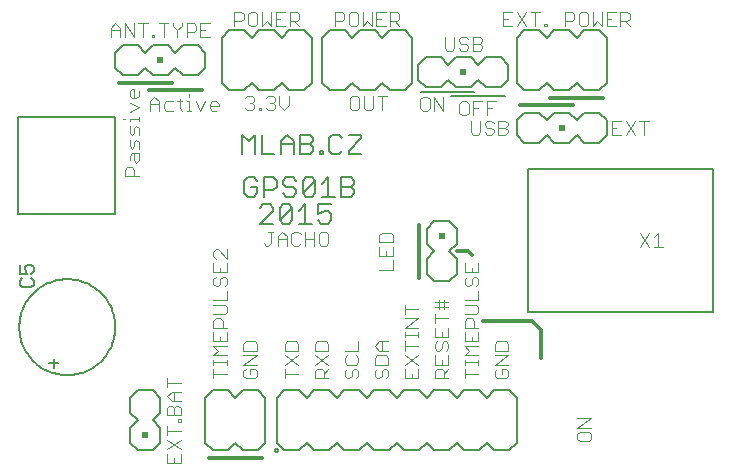
<source format=gbr>
G75*
%MOIN*%
%OFA0B0*%
%FSLAX24Y24*%
%IPPOS*%
%LPD*%
%AMOC8*
5,1,8,0,0,1.08239X$1,22.5*
%
%ADD10C,0.0040*%
%ADD11C,0.0120*%
%ADD12C,0.0060*%
%ADD13C,0.0079*%
%ADD14C,0.0050*%
%ADD15R,0.0200X0.0200*%
D10*
X006114Y000855D02*
X006574Y000855D01*
X006574Y001162D01*
X006574Y001315D02*
X006114Y001622D01*
X006114Y001776D02*
X006114Y002083D01*
X006114Y001929D02*
X006574Y001929D01*
X006574Y001622D02*
X006114Y001315D01*
X006114Y001162D02*
X006114Y000855D01*
X006344Y000855D02*
X006344Y001008D01*
X006498Y002236D02*
X006498Y002313D01*
X006574Y002313D01*
X006574Y002236D01*
X006498Y002236D01*
X006574Y002466D02*
X006574Y002697D01*
X006498Y002773D01*
X006421Y002773D01*
X006344Y002697D01*
X006344Y002466D01*
X006114Y002466D02*
X006114Y002697D01*
X006191Y002773D01*
X006267Y002773D01*
X006344Y002697D01*
X006344Y002927D02*
X006344Y003234D01*
X006267Y003234D02*
X006574Y003234D01*
X006267Y003234D02*
X006114Y003080D01*
X006267Y002927D01*
X006574Y002927D01*
X006574Y002466D02*
X006114Y002466D01*
X006114Y003387D02*
X006114Y003694D01*
X006114Y003541D02*
X006574Y003541D01*
X007664Y003680D02*
X007664Y003987D01*
X007664Y004140D02*
X007664Y004294D01*
X007664Y004217D02*
X008124Y004217D01*
X008124Y004140D02*
X008124Y004294D01*
X008124Y004447D02*
X007664Y004447D01*
X007817Y004601D01*
X007664Y004754D01*
X008124Y004754D01*
X008124Y004908D02*
X008124Y005215D01*
X008124Y005368D02*
X007664Y005368D01*
X007664Y005598D01*
X007741Y005675D01*
X007894Y005675D01*
X007971Y005598D01*
X007971Y005368D01*
X007664Y005215D02*
X007664Y004908D01*
X008124Y004908D01*
X007894Y004908D02*
X007894Y005061D01*
X008664Y004831D02*
X008664Y004601D01*
X009124Y004601D01*
X009124Y004831D01*
X009048Y004908D01*
X008741Y004908D01*
X008664Y004831D01*
X008664Y004447D02*
X009124Y004447D01*
X008664Y004140D01*
X009124Y004140D01*
X009048Y003987D02*
X008894Y003987D01*
X008894Y003833D01*
X008741Y003680D02*
X008664Y003757D01*
X008664Y003910D01*
X008741Y003987D01*
X009048Y003987D02*
X009124Y003910D01*
X009124Y003757D01*
X009048Y003680D01*
X008741Y003680D01*
X008124Y003833D02*
X007664Y003833D01*
X010039Y003833D02*
X010499Y003833D01*
X010499Y004140D02*
X010039Y004447D01*
X010039Y004601D02*
X010039Y004831D01*
X010116Y004908D01*
X010423Y004908D01*
X010499Y004831D01*
X010499Y004601D01*
X010039Y004601D01*
X010039Y004140D02*
X010499Y004447D01*
X011039Y004447D02*
X011499Y004140D01*
X011499Y003987D02*
X011346Y003833D01*
X011346Y003910D02*
X011346Y003680D01*
X011499Y003680D02*
X011039Y003680D01*
X011039Y003910D01*
X011116Y003987D01*
X011269Y003987D01*
X011346Y003910D01*
X011039Y004140D02*
X011499Y004447D01*
X011499Y004601D02*
X011499Y004831D01*
X011423Y004908D01*
X011116Y004908D01*
X011039Y004831D01*
X011039Y004601D01*
X011499Y004601D01*
X012039Y004601D02*
X012499Y004601D01*
X012499Y004908D01*
X013039Y004754D02*
X013192Y004601D01*
X013499Y004601D01*
X013423Y004447D02*
X013116Y004447D01*
X013039Y004371D01*
X013039Y004140D01*
X013499Y004140D01*
X013499Y004371D01*
X013423Y004447D01*
X013269Y004601D02*
X013269Y004908D01*
X013192Y004908D02*
X013039Y004754D01*
X013192Y004908D02*
X013499Y004908D01*
X014039Y004908D02*
X014039Y004601D01*
X014039Y004754D02*
X014499Y004754D01*
X014499Y004447D02*
X014039Y004140D01*
X014039Y003987D02*
X014039Y003680D01*
X014499Y003680D01*
X014499Y003987D01*
X014499Y004140D02*
X014039Y004447D01*
X014269Y003833D02*
X014269Y003680D01*
X015039Y003680D02*
X015039Y003910D01*
X015116Y003987D01*
X015269Y003987D01*
X015346Y003910D01*
X015346Y003680D01*
X015499Y003680D02*
X015039Y003680D01*
X015346Y003833D02*
X015499Y003987D01*
X015499Y004140D02*
X015499Y004447D01*
X015423Y004601D02*
X015499Y004678D01*
X015499Y004831D01*
X015423Y004908D01*
X015346Y004908D01*
X015269Y004831D01*
X015269Y004678D01*
X015192Y004601D01*
X015116Y004601D01*
X015039Y004678D01*
X015039Y004831D01*
X015116Y004908D01*
X015039Y005061D02*
X015499Y005061D01*
X015499Y005368D01*
X015269Y005215D02*
X015269Y005061D01*
X015039Y005061D02*
X015039Y005368D01*
X015039Y005522D02*
X015039Y005828D01*
X015039Y005675D02*
X015499Y005675D01*
X015346Y005982D02*
X015346Y006289D01*
X015192Y006289D02*
X015192Y006212D01*
X015192Y005982D01*
X015039Y006059D02*
X015499Y006059D01*
X015499Y006212D02*
X015039Y006212D01*
X014499Y005982D02*
X014039Y005982D01*
X014039Y006135D02*
X014039Y005828D01*
X014039Y005675D02*
X014499Y005675D01*
X014039Y005368D01*
X014499Y005368D01*
X014499Y005215D02*
X014499Y005061D01*
X014499Y005138D02*
X014039Y005138D01*
X014039Y005061D02*
X014039Y005215D01*
X015039Y004447D02*
X015039Y004140D01*
X015499Y004140D01*
X015269Y004140D02*
X015269Y004294D01*
X016039Y004294D02*
X016039Y004140D01*
X016039Y004217D02*
X016499Y004217D01*
X016499Y004140D02*
X016499Y004294D01*
X016499Y004447D02*
X016039Y004447D01*
X016192Y004601D01*
X016039Y004754D01*
X016499Y004754D01*
X016499Y004908D02*
X016499Y005215D01*
X016499Y005368D02*
X016039Y005368D01*
X016039Y005598D01*
X016116Y005675D01*
X016269Y005675D01*
X016346Y005598D01*
X016346Y005368D01*
X016039Y005215D02*
X016039Y004908D01*
X016499Y004908D01*
X016269Y004908D02*
X016269Y005061D01*
X017039Y004831D02*
X017039Y004601D01*
X017499Y004601D01*
X017499Y004831D01*
X017423Y004908D01*
X017116Y004908D01*
X017039Y004831D01*
X017039Y004447D02*
X017499Y004447D01*
X017039Y004140D01*
X017499Y004140D01*
X017423Y003987D02*
X017269Y003987D01*
X017269Y003833D01*
X017116Y003680D02*
X017423Y003680D01*
X017499Y003757D01*
X017499Y003910D01*
X017423Y003987D01*
X017116Y003987D02*
X017039Y003910D01*
X017039Y003757D01*
X017116Y003680D01*
X016499Y003833D02*
X016039Y003833D01*
X016039Y003680D02*
X016039Y003987D01*
X013499Y003910D02*
X013499Y003757D01*
X013423Y003680D01*
X013269Y003757D02*
X013269Y003910D01*
X013346Y003987D01*
X013423Y003987D01*
X013499Y003910D01*
X013269Y003757D02*
X013192Y003680D01*
X013116Y003680D01*
X013039Y003757D01*
X013039Y003910D01*
X013116Y003987D01*
X012499Y003910D02*
X012499Y003757D01*
X012423Y003680D01*
X012269Y003757D02*
X012269Y003910D01*
X012346Y003987D01*
X012423Y003987D01*
X012499Y003910D01*
X012269Y003757D02*
X012192Y003680D01*
X012116Y003680D01*
X012039Y003757D01*
X012039Y003910D01*
X012116Y003987D01*
X012116Y004140D02*
X012423Y004140D01*
X012499Y004217D01*
X012499Y004371D01*
X012423Y004447D01*
X012116Y004447D02*
X012039Y004371D01*
X012039Y004217D01*
X012116Y004140D01*
X010039Y003987D02*
X010039Y003680D01*
X008048Y005828D02*
X007664Y005828D01*
X007664Y006135D02*
X008048Y006135D01*
X008124Y006059D01*
X008124Y005905D01*
X008048Y005828D01*
X008124Y006289D02*
X007664Y006289D01*
X008124Y006289D02*
X008124Y006596D01*
X008048Y006749D02*
X008124Y006826D01*
X008124Y006979D01*
X008048Y007056D01*
X007971Y007056D01*
X007894Y006979D01*
X007894Y006826D01*
X007817Y006749D01*
X007741Y006749D01*
X007664Y006826D01*
X007664Y006979D01*
X007741Y007056D01*
X007664Y007210D02*
X008124Y007210D01*
X008124Y007517D01*
X008124Y007670D02*
X007817Y007977D01*
X007741Y007977D01*
X007664Y007900D01*
X007664Y007747D01*
X007741Y007670D01*
X007664Y007517D02*
X007664Y007210D01*
X007894Y007210D02*
X007894Y007363D01*
X008124Y007670D02*
X008124Y007977D01*
X009339Y008182D02*
X009416Y008105D01*
X009493Y008105D01*
X009570Y008182D01*
X009570Y008565D01*
X009646Y008565D02*
X009493Y008565D01*
X009800Y008412D02*
X009953Y008565D01*
X010107Y008412D01*
X010107Y008105D01*
X010260Y008182D02*
X010337Y008105D01*
X010490Y008105D01*
X010567Y008182D01*
X010721Y008105D02*
X010721Y008565D01*
X010567Y008489D02*
X010490Y008565D01*
X010337Y008565D01*
X010260Y008489D01*
X010260Y008182D01*
X010107Y008335D02*
X009800Y008335D01*
X009800Y008412D02*
X009800Y008105D01*
X010721Y008335D02*
X011027Y008335D01*
X011181Y008182D02*
X011258Y008105D01*
X011411Y008105D01*
X011488Y008182D01*
X011488Y008489D01*
X011411Y008565D01*
X011258Y008565D01*
X011181Y008489D01*
X011181Y008182D01*
X011027Y008105D02*
X011027Y008565D01*
X013189Y008456D02*
X013189Y008226D01*
X013649Y008226D01*
X013649Y008456D01*
X013573Y008533D01*
X013266Y008533D01*
X013189Y008456D01*
X013189Y008072D02*
X013189Y007765D01*
X013649Y007765D01*
X013649Y008072D01*
X013419Y007919D02*
X013419Y007765D01*
X013649Y007612D02*
X013649Y007305D01*
X013189Y007305D01*
X016039Y007210D02*
X016499Y007210D01*
X016499Y007517D01*
X016269Y007363D02*
X016269Y007210D01*
X016346Y007056D02*
X016423Y007056D01*
X016499Y006979D01*
X016499Y006826D01*
X016423Y006749D01*
X016499Y006596D02*
X016499Y006289D01*
X016039Y006289D01*
X016039Y006135D02*
X016423Y006135D01*
X016499Y006059D01*
X016499Y005905D01*
X016423Y005828D01*
X016039Y005828D01*
X016116Y006749D02*
X016192Y006749D01*
X016269Y006826D01*
X016269Y006979D01*
X016346Y007056D01*
X016116Y007056D02*
X016039Y006979D01*
X016039Y006826D01*
X016116Y006749D01*
X016039Y007210D02*
X016039Y007517D01*
X021874Y008069D02*
X022181Y008529D01*
X022334Y008376D02*
X022488Y008529D01*
X022488Y008069D01*
X022641Y008069D02*
X022334Y008069D01*
X022181Y008069D02*
X021874Y008529D01*
X022014Y011805D02*
X022014Y012265D01*
X022167Y012265D02*
X021860Y012265D01*
X021707Y012265D02*
X021400Y011805D01*
X021246Y011805D02*
X020939Y011805D01*
X020939Y012265D01*
X021246Y012265D01*
X021400Y012265D02*
X021707Y011805D01*
X021093Y012035D02*
X020939Y012035D01*
X017467Y011958D02*
X017467Y011882D01*
X017390Y011805D01*
X017160Y011805D01*
X017160Y012265D01*
X017390Y012265D01*
X017467Y012189D01*
X017467Y012112D01*
X017390Y012035D01*
X017160Y012035D01*
X017007Y011958D02*
X017007Y011882D01*
X016930Y011805D01*
X016777Y011805D01*
X016700Y011882D01*
X016546Y011882D02*
X016546Y012265D01*
X016700Y012189D02*
X016700Y012112D01*
X016777Y012035D01*
X016930Y012035D01*
X017007Y011958D01*
X017007Y012189D02*
X016930Y012265D01*
X016777Y012265D01*
X016700Y012189D01*
X016785Y012455D02*
X016785Y012915D01*
X017092Y012915D01*
X016939Y012685D02*
X016785Y012685D01*
X016478Y012685D02*
X016325Y012685D01*
X016171Y012532D02*
X016171Y012839D01*
X016095Y012915D01*
X015941Y012915D01*
X015864Y012839D01*
X015864Y012532D01*
X015941Y012455D01*
X016095Y012455D01*
X016171Y012532D01*
X016325Y012455D02*
X016325Y012915D01*
X016632Y012915D01*
X016239Y012265D02*
X016239Y011882D01*
X016316Y011805D01*
X016470Y011805D01*
X016546Y011882D01*
X017390Y012035D02*
X017467Y011958D01*
X015332Y012605D02*
X015332Y013065D01*
X015025Y013065D02*
X015332Y012605D01*
X015025Y012605D02*
X015025Y013065D01*
X014871Y012989D02*
X014795Y013065D01*
X014641Y013065D01*
X014564Y012989D01*
X014564Y012682D01*
X014641Y012605D01*
X014795Y012605D01*
X014871Y012682D01*
X014871Y012989D01*
X013442Y013090D02*
X013135Y013090D01*
X012982Y013090D02*
X012982Y012707D01*
X012905Y012630D01*
X012752Y012630D01*
X012675Y012707D01*
X012675Y013090D01*
X012521Y013014D02*
X012445Y013090D01*
X012291Y013090D01*
X012214Y013014D01*
X012214Y012707D01*
X012291Y012630D01*
X012445Y012630D01*
X012521Y012707D01*
X012521Y013014D01*
X013289Y013090D02*
X013289Y012630D01*
X015383Y014682D02*
X015460Y014605D01*
X015613Y014605D01*
X015690Y014682D01*
X015690Y015065D01*
X015844Y014989D02*
X015844Y014912D01*
X015920Y014835D01*
X016074Y014835D01*
X016151Y014758D01*
X016151Y014682D01*
X016074Y014605D01*
X015920Y014605D01*
X015844Y014682D01*
X015844Y014989D02*
X015920Y015065D01*
X016074Y015065D01*
X016151Y014989D01*
X016304Y015065D02*
X016534Y015065D01*
X016611Y014989D01*
X016611Y014912D01*
X016534Y014835D01*
X016304Y014835D01*
X016304Y014605D02*
X016534Y014605D01*
X016611Y014682D01*
X016611Y014758D01*
X016534Y014835D01*
X016304Y014605D02*
X016304Y015065D01*
X015383Y015065D02*
X015383Y014682D01*
X013863Y015430D02*
X013709Y015583D01*
X013786Y015583D02*
X013556Y015583D01*
X013556Y015430D02*
X013556Y015890D01*
X013786Y015890D01*
X013863Y015814D01*
X013863Y015660D01*
X013786Y015583D01*
X013402Y015430D02*
X013096Y015430D01*
X013096Y015890D01*
X013402Y015890D01*
X013249Y015660D02*
X013096Y015660D01*
X012942Y015430D02*
X012942Y015890D01*
X012635Y015890D02*
X012635Y015430D01*
X012789Y015583D01*
X012942Y015430D01*
X012482Y015507D02*
X012482Y015814D01*
X012405Y015890D01*
X012252Y015890D01*
X012175Y015814D01*
X012175Y015507D01*
X012252Y015430D01*
X012405Y015430D01*
X012482Y015507D01*
X012021Y015660D02*
X012021Y015814D01*
X011945Y015890D01*
X011714Y015890D01*
X011714Y015430D01*
X011714Y015583D02*
X011945Y015583D01*
X012021Y015660D01*
X010513Y015660D02*
X010436Y015583D01*
X010206Y015583D01*
X010206Y015430D02*
X010206Y015890D01*
X010436Y015890D01*
X010513Y015814D01*
X010513Y015660D01*
X010359Y015583D02*
X010513Y015430D01*
X010052Y015430D02*
X009746Y015430D01*
X009746Y015890D01*
X010052Y015890D01*
X009899Y015660D02*
X009746Y015660D01*
X009592Y015430D02*
X009592Y015890D01*
X009285Y015890D02*
X009285Y015430D01*
X009439Y015583D01*
X009592Y015430D01*
X009132Y015507D02*
X009132Y015814D01*
X009055Y015890D01*
X008902Y015890D01*
X008825Y015814D01*
X008825Y015507D01*
X008902Y015430D01*
X009055Y015430D01*
X009132Y015507D01*
X008671Y015660D02*
X008671Y015814D01*
X008595Y015890D01*
X008364Y015890D01*
X008364Y015430D01*
X008364Y015583D02*
X008595Y015583D01*
X008671Y015660D01*
X007539Y015515D02*
X007232Y015515D01*
X007232Y015055D01*
X007539Y015055D01*
X007385Y015285D02*
X007232Y015285D01*
X007078Y015285D02*
X007002Y015208D01*
X006772Y015208D01*
X006772Y015055D02*
X006772Y015515D01*
X007002Y015515D01*
X007078Y015439D01*
X007078Y015285D01*
X006618Y015439D02*
X006618Y015515D01*
X006618Y015439D02*
X006465Y015285D01*
X006465Y015055D01*
X006004Y015055D02*
X006004Y015515D01*
X005851Y015515D02*
X006158Y015515D01*
X006311Y015515D02*
X006311Y015439D01*
X006465Y015285D01*
X005697Y015132D02*
X005697Y015055D01*
X005621Y015055D01*
X005621Y015132D01*
X005697Y015132D01*
X005314Y015055D02*
X005314Y015515D01*
X005467Y015515D02*
X005160Y015515D01*
X005007Y015515D02*
X005007Y015055D01*
X004700Y015515D01*
X004700Y015055D01*
X004546Y015055D02*
X004546Y015362D01*
X004393Y015515D01*
X004239Y015362D01*
X004239Y015055D01*
X004239Y015285D02*
X004546Y015285D01*
X004944Y013327D02*
X005021Y013327D01*
X005021Y013020D01*
X005098Y013020D02*
X004944Y013020D01*
X004867Y013096D01*
X004867Y013250D01*
X004944Y013327D01*
X005174Y013250D02*
X005174Y013096D01*
X005098Y013020D01*
X004867Y012866D02*
X005174Y012713D01*
X004867Y012559D01*
X004867Y012329D02*
X005174Y012329D01*
X005174Y012252D02*
X005174Y012406D01*
X004867Y012329D02*
X004867Y012252D01*
X004867Y012099D02*
X004867Y011869D01*
X004944Y011792D01*
X005021Y011869D01*
X005021Y012022D01*
X005098Y012099D01*
X005174Y012022D01*
X005174Y011792D01*
X005098Y011638D02*
X005021Y011562D01*
X005021Y011408D01*
X004944Y011331D01*
X004867Y011408D01*
X004867Y011638D01*
X005098Y011638D02*
X005174Y011562D01*
X005174Y011331D01*
X005174Y011178D02*
X004944Y011178D01*
X004867Y011101D01*
X004867Y010948D01*
X005021Y010948D02*
X005098Y010871D01*
X005174Y010948D01*
X005174Y011178D01*
X005021Y011178D02*
X005021Y010948D01*
X004944Y010718D02*
X005021Y010641D01*
X005021Y010411D01*
X005174Y010411D02*
X004714Y010411D01*
X004714Y010641D01*
X004791Y010718D01*
X004944Y010718D01*
X004714Y012329D02*
X004637Y012329D01*
X005539Y012605D02*
X005539Y012912D01*
X005693Y013065D01*
X005846Y012912D01*
X005846Y012605D01*
X006000Y012682D02*
X006000Y012835D01*
X006077Y012912D01*
X006307Y012912D01*
X006460Y012912D02*
X006614Y012912D01*
X006537Y012989D02*
X006537Y012682D01*
X006614Y012605D01*
X006767Y012605D02*
X006921Y012605D01*
X006844Y012605D02*
X006844Y012912D01*
X006767Y012912D01*
X006844Y013065D02*
X006844Y013142D01*
X007074Y012912D02*
X007227Y012605D01*
X007381Y012912D01*
X007534Y012835D02*
X007534Y012682D01*
X007611Y012605D01*
X007765Y012605D01*
X007841Y012758D02*
X007534Y012758D01*
X007534Y012835D02*
X007611Y012912D01*
X007765Y012912D01*
X007841Y012835D01*
X007841Y012758D01*
X008714Y012707D02*
X008791Y012630D01*
X008945Y012630D01*
X009021Y012707D01*
X009021Y012783D01*
X008945Y012860D01*
X008868Y012860D01*
X008945Y012860D02*
X009021Y012937D01*
X009021Y013014D01*
X008945Y013090D01*
X008791Y013090D01*
X008714Y013014D01*
X009175Y012707D02*
X009252Y012707D01*
X009252Y012630D01*
X009175Y012630D01*
X009175Y012707D01*
X009405Y012707D02*
X009482Y012630D01*
X009635Y012630D01*
X009712Y012707D01*
X009712Y012783D01*
X009635Y012860D01*
X009558Y012860D01*
X009635Y012860D02*
X009712Y012937D01*
X009712Y013014D01*
X009635Y013090D01*
X009482Y013090D01*
X009405Y013014D01*
X009865Y013090D02*
X009865Y012783D01*
X010019Y012630D01*
X010172Y012783D01*
X010172Y013090D01*
X006307Y012605D02*
X006077Y012605D01*
X006000Y012682D01*
X005846Y012835D02*
X005539Y012835D01*
X017314Y015430D02*
X017621Y015430D01*
X017775Y015430D02*
X018082Y015890D01*
X018235Y015890D02*
X018542Y015890D01*
X018389Y015890D02*
X018389Y015430D01*
X018082Y015430D02*
X017775Y015890D01*
X017621Y015890D02*
X017314Y015890D01*
X017314Y015430D01*
X017314Y015660D02*
X017468Y015660D01*
X018696Y015507D02*
X018772Y015507D01*
X018772Y015430D01*
X018696Y015430D01*
X018696Y015507D01*
X019386Y015583D02*
X019616Y015583D01*
X019693Y015660D01*
X019693Y015814D01*
X019616Y015890D01*
X019386Y015890D01*
X019386Y015430D01*
X019847Y015507D02*
X019847Y015814D01*
X019923Y015890D01*
X020077Y015890D01*
X020153Y015814D01*
X020153Y015507D01*
X020077Y015430D01*
X019923Y015430D01*
X019847Y015507D01*
X020307Y015430D02*
X020307Y015890D01*
X020614Y015890D02*
X020614Y015430D01*
X020460Y015583D01*
X020307Y015430D01*
X020767Y015430D02*
X020767Y015890D01*
X021074Y015890D01*
X021228Y015890D02*
X021458Y015890D01*
X021535Y015814D01*
X021535Y015660D01*
X021458Y015583D01*
X021228Y015583D01*
X021228Y015430D02*
X021228Y015890D01*
X021381Y015583D02*
X021535Y015430D01*
X021074Y015430D02*
X020767Y015430D01*
X020767Y015660D02*
X020921Y015660D01*
X020249Y002347D02*
X019789Y002347D01*
X019789Y002040D02*
X020249Y002347D01*
X020249Y002040D02*
X019789Y002040D01*
X019866Y001887D02*
X019789Y001810D01*
X019789Y001657D01*
X019866Y001580D01*
X020173Y001580D01*
X020249Y001657D01*
X020249Y001810D01*
X020173Y001887D01*
X019866Y001887D01*
D11*
X018594Y004360D02*
X018594Y005285D01*
X018294Y005585D01*
X016644Y005585D01*
X014519Y007035D02*
X014519Y008785D01*
X015769Y007910D02*
X016144Y007910D01*
X016269Y007785D01*
X017894Y012785D02*
X019644Y012785D01*
X018894Y013035D02*
X020644Y013035D01*
X007269Y013285D02*
X005519Y013285D01*
X006269Y013535D02*
X004519Y013535D01*
X007519Y001035D02*
X009269Y001035D01*
D12*
X004894Y001535D02*
X004894Y002035D01*
X005144Y002285D01*
X004894Y002535D01*
X004894Y003035D01*
X005144Y003285D01*
X005644Y003285D01*
X005894Y003035D01*
X005894Y002535D01*
X005644Y002285D01*
X005894Y002035D01*
X005894Y001535D01*
X005644Y001285D01*
X005144Y001285D01*
X004894Y001535D01*
X007394Y001535D02*
X007644Y001285D01*
X008144Y001285D01*
X008394Y001535D01*
X008644Y001285D01*
X009144Y001285D01*
X009394Y001535D01*
X009394Y003035D01*
X009144Y003285D01*
X008644Y003285D01*
X008394Y003035D01*
X008144Y003285D01*
X007644Y003285D01*
X007394Y003035D01*
X007394Y001535D01*
X009769Y001535D02*
X010019Y001285D01*
X010519Y001285D01*
X010769Y001535D01*
X011019Y001285D01*
X011519Y001285D01*
X011769Y001535D01*
X012019Y001285D01*
X012519Y001285D01*
X012769Y001535D01*
X013019Y001285D01*
X013519Y001285D01*
X013769Y001535D01*
X014019Y001285D01*
X014519Y001285D01*
X014769Y001535D01*
X015019Y001285D01*
X015519Y001285D01*
X015769Y001535D01*
X016019Y001285D01*
X016519Y001285D01*
X016769Y001535D01*
X017019Y001285D01*
X017519Y001285D01*
X017769Y001535D01*
X017769Y003035D01*
X017519Y003285D01*
X017019Y003285D01*
X016769Y003035D01*
X016519Y003285D01*
X016019Y003285D01*
X015769Y003035D01*
X015519Y003285D01*
X015019Y003285D01*
X014769Y003035D01*
X014519Y003285D01*
X014019Y003285D01*
X013769Y003035D01*
X013519Y003285D01*
X013019Y003285D01*
X012769Y003035D01*
X012519Y003285D01*
X012019Y003285D01*
X011769Y003035D01*
X011519Y003285D01*
X011019Y003285D01*
X010769Y003035D01*
X010519Y003285D01*
X010019Y003285D01*
X009769Y003035D01*
X009769Y001535D01*
X001194Y005385D02*
X001196Y005465D01*
X001202Y005544D01*
X001212Y005623D01*
X001226Y005702D01*
X001243Y005780D01*
X001265Y005857D01*
X001290Y005932D01*
X001320Y006006D01*
X001352Y006079D01*
X001389Y006150D01*
X001429Y006219D01*
X001472Y006286D01*
X001519Y006351D01*
X001568Y006413D01*
X001621Y006473D01*
X001677Y006530D01*
X001735Y006585D01*
X001796Y006636D01*
X001860Y006684D01*
X001926Y006729D01*
X001994Y006771D01*
X002064Y006809D01*
X002136Y006843D01*
X002209Y006874D01*
X002284Y006902D01*
X002361Y006925D01*
X002438Y006945D01*
X002516Y006961D01*
X002595Y006973D01*
X002674Y006981D01*
X002754Y006985D01*
X002834Y006985D01*
X002914Y006981D01*
X002993Y006973D01*
X003072Y006961D01*
X003150Y006945D01*
X003227Y006925D01*
X003304Y006902D01*
X003379Y006874D01*
X003452Y006843D01*
X003524Y006809D01*
X003594Y006771D01*
X003662Y006729D01*
X003728Y006684D01*
X003792Y006636D01*
X003853Y006585D01*
X003911Y006530D01*
X003967Y006473D01*
X004020Y006413D01*
X004069Y006351D01*
X004116Y006286D01*
X004159Y006219D01*
X004199Y006150D01*
X004236Y006079D01*
X004268Y006006D01*
X004298Y005932D01*
X004323Y005857D01*
X004345Y005780D01*
X004362Y005702D01*
X004376Y005623D01*
X004386Y005544D01*
X004392Y005465D01*
X004394Y005385D01*
X004392Y005305D01*
X004386Y005226D01*
X004376Y005147D01*
X004362Y005068D01*
X004345Y004990D01*
X004323Y004913D01*
X004298Y004838D01*
X004268Y004764D01*
X004236Y004691D01*
X004199Y004620D01*
X004159Y004551D01*
X004116Y004484D01*
X004069Y004419D01*
X004020Y004357D01*
X003967Y004297D01*
X003911Y004240D01*
X003853Y004185D01*
X003792Y004134D01*
X003728Y004086D01*
X003662Y004041D01*
X003594Y003999D01*
X003524Y003961D01*
X003452Y003927D01*
X003379Y003896D01*
X003304Y003868D01*
X003227Y003845D01*
X003150Y003825D01*
X003072Y003809D01*
X002993Y003797D01*
X002914Y003789D01*
X002834Y003785D01*
X002754Y003785D01*
X002674Y003789D01*
X002595Y003797D01*
X002516Y003809D01*
X002438Y003825D01*
X002361Y003845D01*
X002284Y003868D01*
X002209Y003896D01*
X002136Y003927D01*
X002064Y003961D01*
X001994Y003999D01*
X001926Y004041D01*
X001860Y004086D01*
X001796Y004134D01*
X001735Y004185D01*
X001677Y004240D01*
X001621Y004297D01*
X001568Y004357D01*
X001519Y004419D01*
X001472Y004484D01*
X001429Y004551D01*
X001389Y004620D01*
X001352Y004691D01*
X001320Y004764D01*
X001290Y004838D01*
X001265Y004913D01*
X001243Y004990D01*
X001226Y005068D01*
X001212Y005147D01*
X001202Y005226D01*
X001196Y005305D01*
X001194Y005385D01*
X002344Y004335D02*
X002344Y004035D01*
X002494Y004185D02*
X002194Y004185D01*
X009224Y008840D02*
X009651Y009267D01*
X009651Y009374D01*
X009545Y009481D01*
X009331Y009481D01*
X009224Y009374D01*
X009344Y009740D02*
X009344Y010381D01*
X009664Y010381D01*
X009771Y010274D01*
X009771Y010060D01*
X009664Y009954D01*
X009344Y009954D01*
X009126Y009847D02*
X009126Y010060D01*
X008913Y010060D01*
X009126Y009847D02*
X009020Y009740D01*
X008806Y009740D01*
X008699Y009847D01*
X008699Y010274D01*
X008806Y010381D01*
X009020Y010381D01*
X009126Y010274D01*
X009988Y010274D02*
X009988Y010167D01*
X010095Y010060D01*
X010309Y010060D01*
X010416Y009954D01*
X010416Y009847D01*
X010309Y009740D01*
X010095Y009740D01*
X009988Y009847D01*
X009976Y009481D02*
X010189Y009481D01*
X010296Y009374D01*
X009869Y008947D01*
X009976Y008840D01*
X010189Y008840D01*
X010296Y008947D01*
X010296Y009374D01*
X010513Y009267D02*
X010727Y009481D01*
X010727Y008840D01*
X010513Y008840D02*
X010941Y008840D01*
X011158Y008947D02*
X011265Y008840D01*
X011478Y008840D01*
X011585Y008947D01*
X011585Y009160D01*
X011478Y009267D01*
X011372Y009267D01*
X011158Y009160D01*
X011158Y009481D01*
X011585Y009481D01*
X011491Y009740D02*
X011491Y010381D01*
X011278Y010167D01*
X011060Y010274D02*
X010633Y009847D01*
X010740Y009740D01*
X010953Y009740D01*
X011060Y009847D01*
X011060Y010274D01*
X010953Y010381D01*
X010740Y010381D01*
X010633Y010274D01*
X010633Y009847D01*
X009976Y009481D02*
X009869Y009374D01*
X009869Y008947D01*
X009651Y008840D02*
X009224Y008840D01*
X011278Y009740D02*
X011705Y009740D01*
X011922Y009740D02*
X012242Y009740D01*
X012349Y009847D01*
X012349Y009954D01*
X012242Y010060D01*
X011922Y010060D01*
X011922Y009740D02*
X011922Y010381D01*
X012242Y010381D01*
X012349Y010274D01*
X012349Y010167D01*
X012242Y010060D01*
X012169Y011165D02*
X012596Y011165D01*
X012169Y011165D02*
X012169Y011272D01*
X012596Y011699D01*
X012596Y011806D01*
X012169Y011806D01*
X011952Y011699D02*
X011845Y011806D01*
X011632Y011806D01*
X011525Y011699D01*
X011525Y011272D01*
X011632Y011165D01*
X011845Y011165D01*
X011952Y011272D01*
X011309Y011272D02*
X011309Y011165D01*
X011203Y011165D01*
X011203Y011272D01*
X011309Y011272D01*
X010985Y011272D02*
X010878Y011165D01*
X010558Y011165D01*
X010558Y011806D01*
X010878Y011806D01*
X010985Y011699D01*
X010985Y011592D01*
X010878Y011485D01*
X010558Y011485D01*
X010341Y011485D02*
X009913Y011485D01*
X009913Y011592D02*
X010127Y011806D01*
X010341Y011592D01*
X010341Y011165D01*
X009913Y011165D02*
X009913Y011592D01*
X009269Y011806D02*
X009269Y011165D01*
X009696Y011165D01*
X009051Y011165D02*
X009051Y011806D01*
X008838Y011592D01*
X008624Y011806D01*
X008624Y011165D01*
X009988Y010274D02*
X010095Y010381D01*
X010309Y010381D01*
X010416Y010274D01*
X010985Y011272D02*
X010985Y011379D01*
X010878Y011485D01*
X010694Y013285D02*
X010194Y013285D01*
X009944Y013535D01*
X009694Y013285D01*
X009194Y013285D01*
X008944Y013535D01*
X008694Y013285D01*
X008194Y013285D01*
X007944Y013535D01*
X007944Y015035D01*
X008194Y015285D01*
X008694Y015285D01*
X008944Y015035D01*
X009194Y015285D01*
X009694Y015285D01*
X009944Y015035D01*
X010194Y015285D01*
X010694Y015285D01*
X010944Y015035D01*
X010944Y013535D01*
X010694Y013285D01*
X011294Y013535D02*
X011544Y013285D01*
X012044Y013285D01*
X012294Y013535D01*
X012544Y013285D01*
X013044Y013285D01*
X013294Y013535D01*
X013544Y013285D01*
X014044Y013285D01*
X014294Y013535D01*
X014294Y015035D01*
X014044Y015285D01*
X013544Y015285D01*
X013294Y015035D01*
X013044Y015285D01*
X012544Y015285D01*
X012294Y015035D01*
X012044Y015285D01*
X011544Y015285D01*
X011294Y015035D01*
X011294Y013535D01*
X014494Y013635D02*
X014744Y013385D01*
X015244Y013385D01*
X015494Y013635D01*
X015744Y013385D01*
X016244Y013385D01*
X016494Y013635D01*
X016744Y013385D01*
X017244Y013385D01*
X017494Y013635D01*
X017494Y014135D01*
X017244Y014385D01*
X016744Y014385D01*
X016494Y014135D01*
X016244Y014385D01*
X015744Y014385D01*
X015494Y014135D01*
X015244Y014385D01*
X014744Y014385D01*
X014494Y014135D01*
X014494Y013635D01*
X017769Y013535D02*
X017769Y015035D01*
X018019Y015285D01*
X018519Y015285D01*
X018769Y015035D01*
X019019Y015285D01*
X019519Y015285D01*
X019769Y015035D01*
X020019Y015285D01*
X020519Y015285D01*
X020769Y015035D01*
X020769Y013535D01*
X020519Y013285D01*
X020019Y013285D01*
X019769Y013535D01*
X019519Y013285D01*
X019019Y013285D01*
X018769Y013535D01*
X018519Y013285D01*
X018019Y013285D01*
X017769Y013535D01*
X018019Y012535D02*
X018519Y012535D01*
X018769Y012285D01*
X019019Y012535D01*
X019519Y012535D01*
X019769Y012285D01*
X020019Y012535D01*
X020519Y012535D01*
X020769Y012285D01*
X020769Y011785D01*
X020519Y011535D01*
X020019Y011535D01*
X019769Y011785D01*
X019519Y011535D01*
X019019Y011535D01*
X018769Y011785D01*
X018519Y011535D01*
X018019Y011535D01*
X017769Y011785D01*
X017769Y012285D01*
X018019Y012535D01*
X015519Y008910D02*
X015019Y008910D01*
X014769Y008660D01*
X014769Y008160D01*
X015019Y007910D01*
X014769Y007660D01*
X014769Y007160D01*
X015019Y006910D01*
X015519Y006910D01*
X015769Y007160D01*
X015769Y007660D01*
X015519Y007910D01*
X015769Y008160D01*
X015769Y008660D01*
X015519Y008910D01*
X007394Y014035D02*
X007394Y014535D01*
X007144Y014785D01*
X006644Y014785D01*
X006394Y014535D01*
X006144Y014785D01*
X005644Y014785D01*
X005394Y014535D01*
X005144Y014785D01*
X004644Y014785D01*
X004394Y014535D01*
X004394Y014035D01*
X004644Y013785D01*
X005144Y013785D01*
X005394Y014035D01*
X005644Y013785D01*
X006144Y013785D01*
X006394Y014035D01*
X006644Y013785D01*
X007144Y013785D01*
X007394Y014035D01*
D13*
X014594Y013235D02*
X016344Y013235D01*
X015594Y013085D02*
X017394Y013085D01*
D14*
X018143Y010667D02*
X018143Y005903D01*
X024325Y005903D01*
X024325Y010667D01*
X018143Y010667D01*
X004384Y009171D02*
X004384Y012399D01*
X001155Y012399D01*
X001155Y009171D01*
X004384Y009171D01*
X001669Y007396D02*
X001669Y007245D01*
X001594Y007170D01*
X001444Y007170D02*
X001369Y007321D01*
X001369Y007396D01*
X001444Y007471D01*
X001594Y007471D01*
X001669Y007396D01*
X001444Y007170D02*
X001219Y007170D01*
X001219Y007471D01*
X001294Y007010D02*
X001219Y006935D01*
X001219Y006785D01*
X001294Y006710D01*
X001594Y006710D01*
X001669Y006785D01*
X001669Y006935D01*
X001594Y007010D01*
X009719Y001285D02*
X009721Y001298D01*
X009726Y001311D01*
X009735Y001322D01*
X009746Y001329D01*
X009759Y001334D01*
X009772Y001335D01*
X009786Y001332D01*
X009798Y001326D01*
X009808Y001317D01*
X009815Y001305D01*
X009819Y001292D01*
X009819Y001278D01*
X009815Y001265D01*
X009808Y001253D01*
X009798Y001244D01*
X009786Y001238D01*
X009772Y001235D01*
X009759Y001236D01*
X009746Y001241D01*
X009735Y001248D01*
X009726Y001259D01*
X009721Y001272D01*
X009719Y001285D01*
D15*
X005394Y001785D03*
X015269Y008410D03*
X019269Y012035D03*
X015994Y013885D03*
X005894Y014285D03*
M02*

</source>
